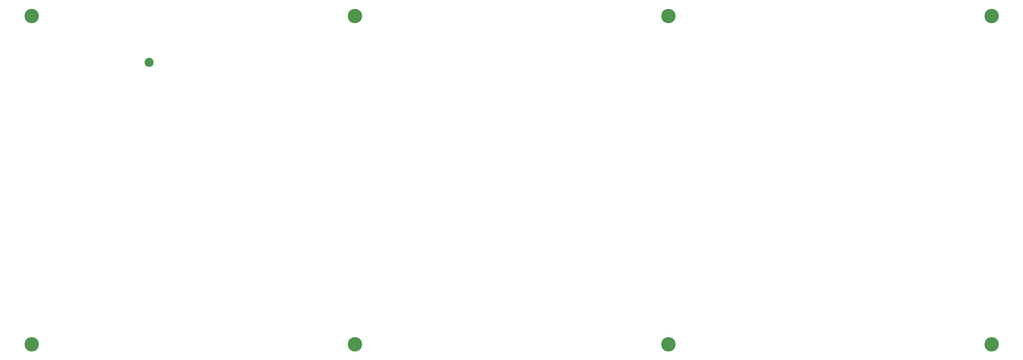
<source format=gbr>
G04 #@! TF.GenerationSoftware,KiCad,Pcbnew,(5.1.4-0)*
G04 #@! TF.CreationDate,2021-10-30T11:07:22-05:00*
G04 #@! TF.ProjectId,bottom_plate,626f7474-6f6d-45f7-906c-6174652e6b69,rev?*
G04 #@! TF.SameCoordinates,Original*
G04 #@! TF.FileFunction,Soldermask,Bot*
G04 #@! TF.FilePolarity,Negative*
%FSLAX46Y46*%
G04 Gerber Fmt 4.6, Leading zero omitted, Abs format (unit mm)*
G04 Created by KiCad (PCBNEW (5.1.4-0)) date 2021-10-30 11:07:22*
%MOMM*%
%LPD*%
G04 APERTURE LIST*
%ADD10C,3.500000*%
%ADD11C,2.200000*%
G04 APERTURE END LIST*
D10*
X310779634Y-118454824D03*
X310779701Y-38682951D03*
X234579607Y-118454824D03*
X234579608Y-38683016D03*
X155998315Y-118454824D03*
X155998514Y-38683016D03*
X389360818Y-38683016D03*
X389360818Y-118454824D03*
D11*
X184573490Y-49993944D03*
M02*

</source>
